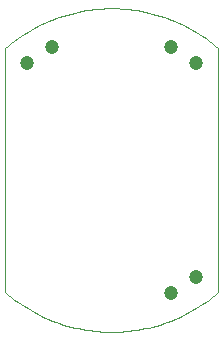
<source format=gbs>
G75*
%MOIN*%
%OFA0B0*%
%FSLAX25Y25*%
%IPPOS*%
%LPD*%
%AMOC8*
5,1,8,0,0,1.08239X$1,22.5*
%
%ADD10C,0.00004*%
%ADD11C,0.04724*%
D10*
X0001002Y0014273D02*
X0001002Y0095604D01*
X0001002Y0014273D02*
X0002000Y0013424D01*
X0003019Y0012600D01*
X0004057Y0011801D01*
X0005115Y0011027D01*
X0006191Y0010279D01*
X0007285Y0009557D01*
X0008396Y0008863D01*
X0009524Y0008195D01*
X0010667Y0007555D01*
X0011826Y0006943D01*
X0012999Y0006359D01*
X0014186Y0005804D01*
X0015387Y0005278D01*
X0016599Y0004782D01*
X0017824Y0004315D01*
X0019059Y0003877D01*
X0020305Y0003470D01*
X0021560Y0003094D01*
X0022824Y0002748D01*
X0024096Y0002432D01*
X0025375Y0002148D01*
X0026661Y0001895D01*
X0027952Y0001673D01*
X0029249Y0001483D01*
X0030550Y0001324D01*
X0031854Y0001197D01*
X0033161Y0001101D01*
X0034470Y0001038D01*
X0035780Y0001006D01*
X0037090Y0001006D01*
X0038400Y0001038D01*
X0039709Y0001101D01*
X0041016Y0001197D01*
X0042320Y0001324D01*
X0043621Y0001483D01*
X0044918Y0001673D01*
X0046209Y0001895D01*
X0047495Y0002148D01*
X0048774Y0002432D01*
X0050046Y0002748D01*
X0051310Y0003094D01*
X0052565Y0003470D01*
X0053811Y0003877D01*
X0055046Y0004315D01*
X0056271Y0004782D01*
X0057483Y0005278D01*
X0058684Y0005804D01*
X0059871Y0006359D01*
X0061044Y0006943D01*
X0062203Y0007555D01*
X0063346Y0008195D01*
X0064474Y0008863D01*
X0065585Y0009557D01*
X0066679Y0010279D01*
X0067755Y0011027D01*
X0068813Y0011801D01*
X0069851Y0012600D01*
X0070870Y0013424D01*
X0071868Y0014273D01*
X0071868Y0095604D01*
X0070870Y0096453D01*
X0069851Y0097277D01*
X0068813Y0098076D01*
X0067755Y0098850D01*
X0066679Y0099598D01*
X0065585Y0100320D01*
X0064474Y0101014D01*
X0063346Y0101682D01*
X0062203Y0102322D01*
X0061044Y0102934D01*
X0059871Y0103518D01*
X0058684Y0104073D01*
X0057483Y0104599D01*
X0056271Y0105095D01*
X0055046Y0105562D01*
X0053811Y0106000D01*
X0052565Y0106407D01*
X0051310Y0106783D01*
X0050046Y0107129D01*
X0048774Y0107445D01*
X0047495Y0107729D01*
X0046209Y0107982D01*
X0044918Y0108204D01*
X0043621Y0108394D01*
X0042320Y0108553D01*
X0041016Y0108680D01*
X0039709Y0108776D01*
X0038400Y0108839D01*
X0037090Y0108871D01*
X0035780Y0108871D01*
X0034470Y0108839D01*
X0033161Y0108776D01*
X0031854Y0108680D01*
X0030550Y0108553D01*
X0029249Y0108394D01*
X0027952Y0108204D01*
X0026661Y0107982D01*
X0025375Y0107729D01*
X0024096Y0107445D01*
X0022824Y0107129D01*
X0021560Y0106783D01*
X0020305Y0106407D01*
X0019059Y0106000D01*
X0017824Y0105562D01*
X0016599Y0105095D01*
X0015387Y0104599D01*
X0014186Y0104073D01*
X0012999Y0103518D01*
X0011826Y0102934D01*
X0010667Y0102322D01*
X0009524Y0101682D01*
X0008396Y0101014D01*
X0007285Y0100320D01*
X0006191Y0099598D01*
X0005115Y0098850D01*
X0004057Y0098076D01*
X0003019Y0097277D01*
X0002000Y0096453D01*
X0001002Y0095604D01*
D11*
X0008203Y0090687D03*
X0016683Y0095986D03*
X0056187Y0095986D03*
X0064667Y0090687D03*
X0064667Y0019190D03*
X0056187Y0013891D03*
M02*

</source>
